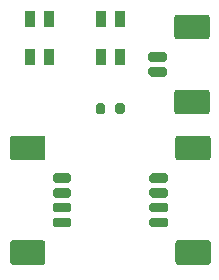
<source format=gbs>
G04 #@! TF.GenerationSoftware,KiCad,Pcbnew,(5.1.10)-1*
G04 #@! TF.CreationDate,2021-06-29T15:19:49+09:00*
G04 #@! TF.ProjectId,BLE_PPG_v1.1,424c455f-5050-4475-9f76-312e312e6b69,rev?*
G04 #@! TF.SameCoordinates,Original*
G04 #@! TF.FileFunction,Soldermask,Bot*
G04 #@! TF.FilePolarity,Negative*
%FSLAX46Y46*%
G04 Gerber Fmt 4.6, Leading zero omitted, Abs format (unit mm)*
G04 Created by KiCad (PCBNEW (5.1.10)-1) date 2021-06-29 15:19:49*
%MOMM*%
%LPD*%
G01*
G04 APERTURE LIST*
%ADD10R,0.812800X1.422400*%
G04 APERTURE END LIST*
G36*
G01*
X115750000Y-147125000D02*
X118250000Y-147125000D01*
G75*
G02*
X118500000Y-147375000I0J-250000D01*
G01*
X118500000Y-148975000D01*
G75*
G02*
X118250000Y-149225000I-250000J0D01*
G01*
X115750000Y-149225000D01*
G75*
G02*
X115500000Y-148975000I0J250000D01*
G01*
X115500000Y-147375000D01*
G75*
G02*
X115750000Y-147125000I250000J0D01*
G01*
G37*
G36*
G01*
X115750000Y-138275000D02*
X118250000Y-138275000D01*
G75*
G02*
X118500000Y-138525000I0J-250000D01*
G01*
X118500000Y-140125000D01*
G75*
G02*
X118250000Y-140375000I-250000J0D01*
G01*
X115750000Y-140375000D01*
G75*
G02*
X115500000Y-140125000I0J250000D01*
G01*
X115500000Y-138525000D01*
G75*
G02*
X115750000Y-138275000I250000J0D01*
G01*
G37*
G36*
G01*
X113500000Y-145225000D02*
X114700000Y-145225000D01*
G75*
G02*
X114900000Y-145425000I0J-200000D01*
G01*
X114900000Y-145825000D01*
G75*
G02*
X114700000Y-146025000I-200000J0D01*
G01*
X113500000Y-146025000D01*
G75*
G02*
X113300000Y-145825000I0J200000D01*
G01*
X113300000Y-145425000D01*
G75*
G02*
X113500000Y-145225000I200000J0D01*
G01*
G37*
G36*
G01*
X113500000Y-143975000D02*
X114700000Y-143975000D01*
G75*
G02*
X114900000Y-144175000I0J-200000D01*
G01*
X114900000Y-144575000D01*
G75*
G02*
X114700000Y-144775000I-200000J0D01*
G01*
X113500000Y-144775000D01*
G75*
G02*
X113300000Y-144575000I0J200000D01*
G01*
X113300000Y-144175000D01*
G75*
G02*
X113500000Y-143975000I200000J0D01*
G01*
G37*
G36*
G01*
X113500000Y-142725000D02*
X114700000Y-142725000D01*
G75*
G02*
X114900000Y-142925000I0J-200000D01*
G01*
X114900000Y-143325000D01*
G75*
G02*
X114700000Y-143525000I-200000J0D01*
G01*
X113500000Y-143525000D01*
G75*
G02*
X113300000Y-143325000I0J200000D01*
G01*
X113300000Y-142925000D01*
G75*
G02*
X113500000Y-142725000I200000J0D01*
G01*
G37*
G36*
G01*
X113500000Y-141475000D02*
X114700000Y-141475000D01*
G75*
G02*
X114900000Y-141675000I0J-200000D01*
G01*
X114900000Y-142075000D01*
G75*
G02*
X114700000Y-142275000I-200000J0D01*
G01*
X113500000Y-142275000D01*
G75*
G02*
X113300000Y-142075000I0J200000D01*
G01*
X113300000Y-141675000D01*
G75*
G02*
X113500000Y-141475000I200000J0D01*
G01*
G37*
D10*
X103175000Y-131600200D03*
X104825000Y-131600200D03*
X104825000Y-128399800D03*
X103175000Y-128399800D03*
X109175000Y-131600200D03*
X110825000Y-131600200D03*
X110825000Y-128399800D03*
X109175000Y-128399800D03*
G36*
G01*
X108775000Y-136275000D02*
X108775000Y-135725000D01*
G75*
G02*
X108975000Y-135525000I200000J0D01*
G01*
X109375000Y-135525000D01*
G75*
G02*
X109575000Y-135725000I0J-200000D01*
G01*
X109575000Y-136275000D01*
G75*
G02*
X109375000Y-136475000I-200000J0D01*
G01*
X108975000Y-136475000D01*
G75*
G02*
X108775000Y-136275000I0J200000D01*
G01*
G37*
G36*
G01*
X110425000Y-136275000D02*
X110425000Y-135725000D01*
G75*
G02*
X110625000Y-135525000I200000J0D01*
G01*
X111025000Y-135525000D01*
G75*
G02*
X111225000Y-135725000I0J-200000D01*
G01*
X111225000Y-136275000D01*
G75*
G02*
X111025000Y-136475000I-200000J0D01*
G01*
X110625000Y-136475000D01*
G75*
G02*
X110425000Y-136275000I0J200000D01*
G01*
G37*
G36*
G01*
X115649999Y-134375000D02*
X118150001Y-134375000D01*
G75*
G02*
X118400000Y-134624999I0J-249999D01*
G01*
X118400000Y-136225001D01*
G75*
G02*
X118150001Y-136475000I-249999J0D01*
G01*
X115649999Y-136475000D01*
G75*
G02*
X115400000Y-136225001I0J249999D01*
G01*
X115400000Y-134624999D01*
G75*
G02*
X115649999Y-134375000I249999J0D01*
G01*
G37*
G36*
G01*
X115649999Y-128025000D02*
X118150001Y-128025000D01*
G75*
G02*
X118400000Y-128274999I0J-249999D01*
G01*
X118400000Y-129875001D01*
G75*
G02*
X118150001Y-130125000I-249999J0D01*
G01*
X115649999Y-130125000D01*
G75*
G02*
X115400000Y-129875001I0J249999D01*
G01*
X115400000Y-128274999D01*
G75*
G02*
X115649999Y-128025000I249999J0D01*
G01*
G37*
G36*
G01*
X113400000Y-132475000D02*
X114600000Y-132475000D01*
G75*
G02*
X114800000Y-132675000I0J-200000D01*
G01*
X114800000Y-133075000D01*
G75*
G02*
X114600000Y-133275000I-200000J0D01*
G01*
X113400000Y-133275000D01*
G75*
G02*
X113200000Y-133075000I0J200000D01*
G01*
X113200000Y-132675000D01*
G75*
G02*
X113400000Y-132475000I200000J0D01*
G01*
G37*
G36*
G01*
X113400000Y-131225000D02*
X114600000Y-131225000D01*
G75*
G02*
X114800000Y-131425000I0J-200000D01*
G01*
X114800000Y-131825000D01*
G75*
G02*
X114600000Y-132025000I-200000J0D01*
G01*
X113400000Y-132025000D01*
G75*
G02*
X113200000Y-131825000I0J200000D01*
G01*
X113200000Y-131425000D01*
G75*
G02*
X113400000Y-131225000I200000J0D01*
G01*
G37*
G36*
G01*
X104250001Y-140375000D02*
X101749999Y-140375000D01*
G75*
G02*
X101500000Y-140125001I0J249999D01*
G01*
X101500000Y-138524999D01*
G75*
G02*
X101749999Y-138275000I249999J0D01*
G01*
X104250001Y-138275000D01*
G75*
G02*
X104500000Y-138524999I0J-249999D01*
G01*
X104500000Y-140125001D01*
G75*
G02*
X104250001Y-140375000I-249999J0D01*
G01*
G37*
G36*
G01*
X104250001Y-149225000D02*
X101749999Y-149225000D01*
G75*
G02*
X101500000Y-148975001I0J249999D01*
G01*
X101500000Y-147374999D01*
G75*
G02*
X101749999Y-147125000I249999J0D01*
G01*
X104250001Y-147125000D01*
G75*
G02*
X104500000Y-147374999I0J-249999D01*
G01*
X104500000Y-148975001D01*
G75*
G02*
X104250001Y-149225000I-249999J0D01*
G01*
G37*
G36*
G01*
X106500000Y-142275000D02*
X105300000Y-142275000D01*
G75*
G02*
X105100000Y-142075000I0J200000D01*
G01*
X105100000Y-141675000D01*
G75*
G02*
X105300000Y-141475000I200000J0D01*
G01*
X106500000Y-141475000D01*
G75*
G02*
X106700000Y-141675000I0J-200000D01*
G01*
X106700000Y-142075000D01*
G75*
G02*
X106500000Y-142275000I-200000J0D01*
G01*
G37*
G36*
G01*
X106500000Y-143525000D02*
X105300000Y-143525000D01*
G75*
G02*
X105100000Y-143325000I0J200000D01*
G01*
X105100000Y-142925000D01*
G75*
G02*
X105300000Y-142725000I200000J0D01*
G01*
X106500000Y-142725000D01*
G75*
G02*
X106700000Y-142925000I0J-200000D01*
G01*
X106700000Y-143325000D01*
G75*
G02*
X106500000Y-143525000I-200000J0D01*
G01*
G37*
G36*
G01*
X106500000Y-144775000D02*
X105300000Y-144775000D01*
G75*
G02*
X105100000Y-144575000I0J200000D01*
G01*
X105100000Y-144175000D01*
G75*
G02*
X105300000Y-143975000I200000J0D01*
G01*
X106500000Y-143975000D01*
G75*
G02*
X106700000Y-144175000I0J-200000D01*
G01*
X106700000Y-144575000D01*
G75*
G02*
X106500000Y-144775000I-200000J0D01*
G01*
G37*
G36*
G01*
X106500000Y-146025000D02*
X105300000Y-146025000D01*
G75*
G02*
X105100000Y-145825000I0J200000D01*
G01*
X105100000Y-145425000D01*
G75*
G02*
X105300000Y-145225000I200000J0D01*
G01*
X106500000Y-145225000D01*
G75*
G02*
X106700000Y-145425000I0J-200000D01*
G01*
X106700000Y-145825000D01*
G75*
G02*
X106500000Y-146025000I-200000J0D01*
G01*
G37*
M02*

</source>
